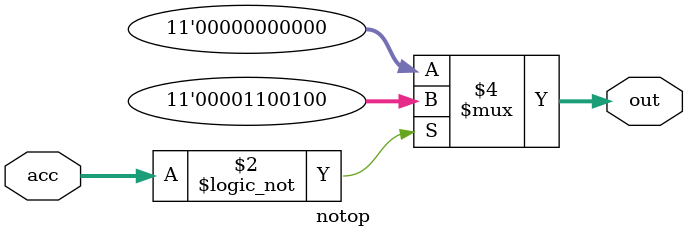
<source format=v>
module notop(
  input signed [10:0] acc,
  output reg signed [10:0] out);
  
  always @(*)
  begin
    if(acc == 0)
      out = 100;
    else
      out = 0;
  end

`ifdef FORMAL
    always @(*) begin
        assert(out == 100 || out == 0);
    end
`endif
endmodule

</source>
